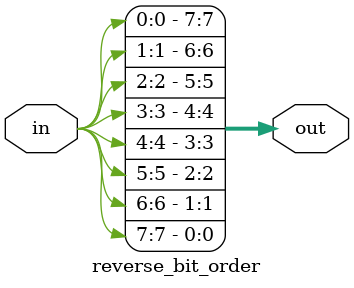
<source format=v>
module reverse_bit_order( 
    input [7:0] in,
    output [7:0] out
);
    assign out= {in[0],in[1],in[2],in[3],in[4],in[5],in[6],in[7]};
endmodule

</source>
